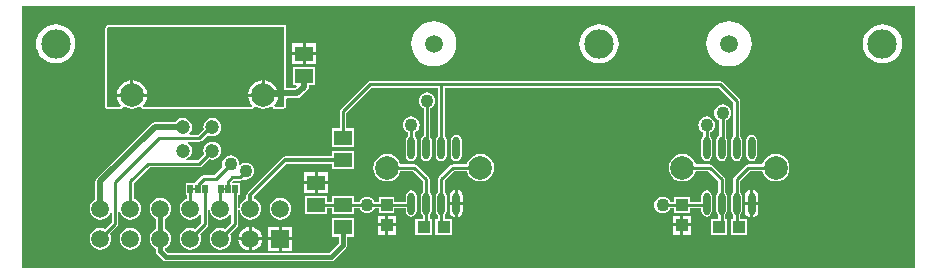
<source format=gbl>
G04 Layer_Physical_Order=2*
G04 Layer_Color=16711680*
%FSLAX23Y23*%
%MOIN*%
G70*
G01*
G75*
%ADD10C,0.010*%
%ADD12C,0.020*%
%ADD13C,0.059*%
%ADD14C,0.059*%
%ADD15R,0.059X0.059*%
%ADD16C,0.098*%
%ADD17C,0.079*%
%ADD18C,0.047*%
%ADD19C,0.043*%
%ADD20R,0.020X0.028*%
%ADD21R,0.059X0.051*%
%ADD22O,0.024X0.075*%
%ADD23R,0.039X0.043*%
%ADD24R,0.043X0.039*%
%ADD25C,0.016*%
%ADD26C,0.012*%
%ADD27R,0.012X0.006*%
G36*
X2390Y-434D02*
X-584D01*
Y440D01*
X2390D01*
Y-434D01*
D02*
G37*
%LPC*%
G36*
X1644Y-258D02*
X1619D01*
Y-284D01*
X1644D01*
Y-258D01*
D02*
G37*
G36*
X276Y-199D02*
X266Y-200D01*
X258Y-204D01*
X250Y-210D01*
X245Y-217D01*
X241Y-226D01*
X240Y-235D01*
X241Y-244D01*
X245Y-253D01*
X250Y-260D01*
X258Y-266D01*
X266Y-270D01*
X276Y-271D01*
X285Y-270D01*
X294Y-266D01*
X301Y-260D01*
X307Y-253D01*
X310Y-244D01*
X311Y-235D01*
X310Y-226D01*
X307Y-217D01*
X301Y-210D01*
X294Y-204D01*
X285Y-200D01*
X276Y-199D01*
D02*
G37*
G36*
X857Y-223D02*
X840D01*
Y-243D01*
X842Y-252D01*
X847Y-259D01*
X854Y-264D01*
X857Y-264D01*
Y-223D01*
D02*
G37*
G36*
X1609Y-258D02*
X1584D01*
Y-284D01*
X1609D01*
Y-258D01*
D02*
G37*
G36*
X1616Y-53D02*
X1604Y-54D01*
X1593Y-59D01*
X1584Y-66D01*
X1577Y-76D01*
X1572Y-87D01*
X1570Y-98D01*
X1572Y-110D01*
X1577Y-121D01*
X1584Y-131D01*
X1593Y-138D01*
X1604Y-143D01*
X1616Y-144D01*
X1628Y-143D01*
X1639Y-138D01*
X1648Y-131D01*
X1656Y-121D01*
X1660Y-110D01*
X1660Y-110D01*
X1703D01*
X1735Y-142D01*
Y-178D01*
X1734Y-179D01*
X1730Y-185D01*
X1728Y-192D01*
Y-243D01*
X1730Y-250D01*
X1734Y-256D01*
X1735Y-257D01*
Y-270D01*
X1711D01*
Y-321D01*
X1766D01*
Y-270D01*
X1758D01*
Y-257D01*
X1759Y-256D01*
X1763Y-250D01*
X1765Y-243D01*
Y-192D01*
X1763Y-185D01*
X1759Y-179D01*
X1758Y-178D01*
Y-137D01*
X1758Y-137D01*
X1757Y-133D01*
X1755Y-129D01*
X1755Y-129D01*
X1716Y-90D01*
X1712Y-88D01*
X1708Y-87D01*
X1708Y-87D01*
X1660D01*
X1660Y-87D01*
X1656Y-76D01*
X1648Y-66D01*
X1639Y-59D01*
X1628Y-54D01*
X1616Y-53D01*
D02*
G37*
G36*
X625Y-258D02*
X600D01*
Y-284D01*
X625D01*
Y-258D01*
D02*
G37*
G36*
X660D02*
X635D01*
Y-284D01*
X660D01*
Y-258D01*
D02*
G37*
G36*
X885Y-223D02*
X867D01*
Y-264D01*
X871Y-264D01*
X878Y-259D01*
X883Y-252D01*
X885Y-243D01*
Y-223D01*
D02*
G37*
G36*
X1842Y-171D02*
X1838Y-171D01*
X1831Y-176D01*
X1826Y-183D01*
X1824Y-192D01*
Y-213D01*
X1842D01*
Y-171D01*
D02*
G37*
G36*
X1852D02*
Y-213D01*
X1869D01*
Y-192D01*
X1867Y-183D01*
X1862Y-176D01*
X1855Y-171D01*
X1852Y-171D01*
D02*
G37*
G36*
X712Y-174D02*
X705Y-175D01*
X700Y-179D01*
X696Y-185D01*
X694Y-192D01*
Y-211D01*
X656D01*
Y-195D01*
X604D01*
Y-211D01*
X590D01*
X589Y-209D01*
X585Y-203D01*
X579Y-198D01*
X572Y-196D01*
X565Y-195D01*
X558Y-196D01*
X551Y-198D01*
X545Y-203D01*
X541Y-209D01*
X540Y-211D01*
X521D01*
Y-191D01*
X449D01*
Y-211D01*
X431D01*
Y-191D01*
X359D01*
Y-254D01*
X431D01*
Y-234D01*
X449D01*
Y-254D01*
X521D01*
Y-234D01*
X540D01*
X541Y-237D01*
X545Y-242D01*
X551Y-247D01*
X558Y-250D01*
X565Y-250D01*
X572Y-250D01*
X579Y-247D01*
X585Y-242D01*
X589Y-237D01*
X590Y-234D01*
X604D01*
Y-250D01*
X656D01*
Y-234D01*
X694D01*
Y-243D01*
X696Y-250D01*
X700Y-256D01*
X705Y-260D01*
X712Y-261D01*
X719Y-260D01*
X725Y-256D01*
X729Y-250D01*
X731Y-243D01*
Y-192D01*
X729Y-185D01*
X725Y-179D01*
X719Y-175D01*
X712Y-174D01*
D02*
G37*
G36*
X867Y-171D02*
Y-213D01*
X885D01*
Y-192D01*
X883Y-183D01*
X878Y-176D01*
X871Y-171D01*
X867Y-171D01*
D02*
G37*
G36*
X1842Y-223D02*
X1824D01*
Y-243D01*
X1826Y-252D01*
X1831Y-259D01*
X1838Y-264D01*
X1842Y-264D01*
Y-223D01*
D02*
G37*
G36*
X1869D02*
X1852D01*
Y-264D01*
X1855Y-264D01*
X1862Y-259D01*
X1867Y-252D01*
X1869Y-243D01*
Y-223D01*
D02*
G37*
G36*
X857Y-171D02*
X854Y-171D01*
X847Y-176D01*
X842Y-183D01*
X840Y-192D01*
Y-213D01*
X857D01*
Y-171D01*
D02*
G37*
G36*
X215Y-340D02*
X181D01*
Y-374D01*
X186Y-374D01*
X196Y-370D01*
X204Y-363D01*
X210Y-355D01*
X214Y-345D01*
X215Y-340D01*
D02*
G37*
G36*
X-224Y-299D02*
X-234Y-300D01*
X-242Y-304D01*
X-250Y-310D01*
X-255Y-317D01*
X-259Y-326D01*
X-260Y-335D01*
X-259Y-344D01*
X-255Y-353D01*
X-250Y-360D01*
X-242Y-366D01*
X-234Y-370D01*
X-224Y-371D01*
X-215Y-370D01*
X-206Y-366D01*
X-199Y-360D01*
X-193Y-353D01*
X-190Y-344D01*
X-189Y-335D01*
X-190Y-326D01*
X-193Y-317D01*
X-199Y-310D01*
X-206Y-304D01*
X-215Y-300D01*
X-224Y-299D01*
D02*
G37*
G36*
X171Y-296D02*
X165Y-297D01*
X156Y-301D01*
X147Y-307D01*
X141Y-315D01*
X137Y-325D01*
X136Y-330D01*
X171D01*
Y-296D01*
D02*
G37*
G36*
Y-340D02*
X136D01*
X137Y-345D01*
X141Y-355D01*
X147Y-363D01*
X156Y-370D01*
X165Y-374D01*
X171Y-374D01*
Y-340D01*
D02*
G37*
G36*
X-124Y-199D02*
X-134Y-200D01*
X-142Y-204D01*
X-150Y-210D01*
X-155Y-217D01*
X-159Y-226D01*
X-160Y-235D01*
X-159Y-244D01*
X-155Y-253D01*
X-150Y-260D01*
X-142Y-266D01*
X-139Y-268D01*
Y-302D01*
X-142Y-304D01*
X-150Y-310D01*
X-155Y-317D01*
X-159Y-326D01*
X-160Y-335D01*
X-159Y-344D01*
X-155Y-353D01*
X-150Y-360D01*
X-142Y-366D01*
X-139Y-368D01*
Y-377D01*
X-137Y-382D01*
X-134Y-387D01*
X-116Y-405D01*
X-111Y-408D01*
X-106Y-409D01*
X445D01*
X450Y-408D01*
X455Y-405D01*
X495Y-365D01*
X498Y-360D01*
X499Y-355D01*
Y-329D01*
X521D01*
Y-266D01*
X449D01*
Y-329D01*
X471D01*
Y-349D01*
X439Y-381D01*
X-100D01*
X-109Y-372D01*
X-108Y-367D01*
X-106Y-366D01*
X-99Y-360D01*
X-93Y-353D01*
X-90Y-344D01*
X-89Y-335D01*
X-90Y-326D01*
X-93Y-317D01*
X-99Y-310D01*
X-106Y-304D01*
X-110Y-302D01*
Y-268D01*
X-106Y-266D01*
X-99Y-260D01*
X-93Y-253D01*
X-90Y-244D01*
X-89Y-235D01*
X-90Y-226D01*
X-93Y-217D01*
X-99Y-210D01*
X-106Y-204D01*
X-115Y-200D01*
X-124Y-199D01*
D02*
G37*
G36*
X271Y-340D02*
X236D01*
Y-375D01*
X271D01*
Y-340D01*
D02*
G37*
G36*
X315D02*
X281D01*
Y-375D01*
X315D01*
Y-340D01*
D02*
G37*
G36*
X181Y-296D02*
Y-330D01*
X215D01*
X214Y-325D01*
X210Y-315D01*
X204Y-307D01*
X196Y-301D01*
X186Y-297D01*
X181Y-296D01*
D02*
G37*
G36*
X1609Y-294D02*
X1584D01*
Y-321D01*
X1609D01*
Y-294D01*
D02*
G37*
G36*
X1644D02*
X1619D01*
Y-321D01*
X1644D01*
Y-294D01*
D02*
G37*
G36*
X632Y-53D02*
X620Y-54D01*
X609Y-59D01*
X600Y-66D01*
X592Y-76D01*
X588Y-87D01*
X586Y-98D01*
X588Y-110D01*
X592Y-121D01*
X600Y-131D01*
X609Y-138D01*
X620Y-143D01*
X632Y-144D01*
X644Y-143D01*
X655Y-138D01*
X664Y-131D01*
X672Y-121D01*
X676Y-110D01*
X676Y-110D01*
X719D01*
X751Y-142D01*
Y-178D01*
X750Y-179D01*
X746Y-185D01*
X744Y-192D01*
Y-243D01*
X746Y-250D01*
X750Y-256D01*
X751Y-257D01*
Y-270D01*
X726D01*
Y-321D01*
X782D01*
Y-270D01*
X774D01*
Y-257D01*
X775Y-256D01*
X779Y-250D01*
X781Y-243D01*
Y-192D01*
X779Y-185D01*
X775Y-179D01*
X774Y-178D01*
Y-137D01*
X774Y-137D01*
X773Y-133D01*
X770Y-129D01*
X770Y-129D01*
X731Y-90D01*
X728Y-88D01*
X723Y-87D01*
X723Y-87D01*
X676D01*
X676Y-87D01*
X672Y-76D01*
X664Y-66D01*
X655Y-59D01*
X644Y-54D01*
X632Y-53D01*
D02*
G37*
G36*
X660Y-294D02*
X635D01*
Y-321D01*
X660D01*
Y-294D01*
D02*
G37*
G36*
X271Y-296D02*
X236D01*
Y-330D01*
X271D01*
Y-296D01*
D02*
G37*
G36*
X315D02*
X281D01*
Y-330D01*
X315D01*
Y-296D01*
D02*
G37*
G36*
X625Y-294D02*
X600D01*
Y-321D01*
X625D01*
Y-294D01*
D02*
G37*
G36*
X1741Y192D02*
X1741Y192D01*
X576D01*
X576Y192D01*
X571Y191D01*
X568Y189D01*
X477Y98D01*
X475Y94D01*
X474Y90D01*
X474Y90D01*
Y34D01*
X449D01*
Y-29D01*
X521D01*
Y34D01*
X496D01*
Y85D01*
X580Y169D01*
X801D01*
Y7D01*
X800Y6D01*
X796Y0D01*
X794Y-7D01*
Y-58D01*
X796Y-65D01*
X800Y-71D01*
X805Y-75D01*
X812Y-76D01*
X819Y-75D01*
X825Y-71D01*
X829Y-65D01*
X831Y-58D01*
Y-7D01*
X829Y0D01*
X825Y6D01*
X824Y7D01*
Y169D01*
X1736D01*
X1785Y120D01*
Y7D01*
X1784Y6D01*
X1780Y0D01*
X1778Y-7D01*
Y-58D01*
X1780Y-65D01*
X1784Y-71D01*
X1790Y-75D01*
X1797Y-76D01*
X1804Y-75D01*
X1809Y-71D01*
X1813Y-65D01*
X1815Y-58D01*
Y-7D01*
X1813Y0D01*
X1809Y6D01*
X1808Y7D01*
Y125D01*
X1807Y129D01*
X1805Y133D01*
X1805Y133D01*
X1749Y189D01*
X1745Y191D01*
X1741Y192D01*
D02*
G37*
G36*
X787Y390D02*
X773Y389D01*
X759Y384D01*
X746Y378D01*
X734Y368D01*
X725Y357D01*
X718Y344D01*
X714Y330D01*
X712Y315D01*
X714Y300D01*
X718Y286D01*
X725Y273D01*
X734Y262D01*
X746Y252D01*
X759Y245D01*
X773Y241D01*
X787Y240D01*
X802Y241D01*
X816Y245D01*
X829Y252D01*
X841Y262D01*
X850Y273D01*
X857Y286D01*
X861Y300D01*
X863Y315D01*
X861Y330D01*
X857Y344D01*
X850Y357D01*
X841Y368D01*
X829Y378D01*
X816Y384D01*
X802Y389D01*
X787Y390D01*
D02*
G37*
G36*
X1772D02*
X1757Y389D01*
X1743Y384D01*
X1730Y378D01*
X1718Y368D01*
X1709Y357D01*
X1702Y344D01*
X1698Y330D01*
X1696Y315D01*
X1698Y300D01*
X1702Y286D01*
X1709Y273D01*
X1718Y262D01*
X1730Y252D01*
X1743Y245D01*
X1757Y241D01*
X1772Y240D01*
X1786Y241D01*
X1800Y245D01*
X1813Y252D01*
X1825Y262D01*
X1834Y273D01*
X1841Y286D01*
X1845Y300D01*
X1847Y315D01*
X1845Y330D01*
X1841Y344D01*
X1834Y357D01*
X1825Y368D01*
X1813Y378D01*
X1800Y384D01*
X1786Y389D01*
X1772Y390D01*
D02*
G37*
G36*
X521Y-41D02*
X449D01*
Y-60D01*
X293D01*
X293Y-60D01*
X288Y-61D01*
X284Y-64D01*
X284Y-64D01*
X167Y-181D01*
X164Y-185D01*
X163Y-189D01*
X163Y-189D01*
Y-202D01*
X158Y-204D01*
X150Y-210D01*
X145Y-217D01*
X141Y-226D01*
X140Y-232D01*
X135Y-231D01*
Y-190D01*
X141D01*
Y-150D01*
X118D01*
X116Y-145D01*
X120Y-141D01*
X140D01*
X140Y-141D01*
X144Y-140D01*
X148Y-138D01*
X150Y-136D01*
X153Y-137D01*
X160Y-138D01*
X167Y-137D01*
X174Y-134D01*
X180Y-130D01*
X184Y-124D01*
X187Y-117D01*
X188Y-110D01*
X187Y-103D01*
X184Y-96D01*
X180Y-90D01*
X174Y-86D01*
X167Y-83D01*
X160Y-82D01*
X153Y-83D01*
X146Y-86D01*
X142Y-89D01*
X138Y-86D01*
X138Y-85D01*
X137Y-78D01*
X134Y-71D01*
X130Y-65D01*
X124Y-61D01*
X117Y-58D01*
X110Y-57D01*
X103Y-58D01*
X96Y-61D01*
X90Y-65D01*
X86Y-71D01*
X83Y-78D01*
X82Y-85D01*
X83Y-92D01*
X84Y-95D01*
X55Y-124D01*
X20D01*
X20Y-124D01*
X16Y-125D01*
X12Y-127D01*
X12Y-127D01*
X-8Y-147D01*
X-10Y-150D01*
X-40D01*
Y-190D01*
X-35D01*
Y-201D01*
X-42Y-204D01*
X-50Y-210D01*
X-55Y-217D01*
X-59Y-226D01*
X-60Y-235D01*
X-59Y-244D01*
X-55Y-253D01*
X-50Y-260D01*
X-42Y-266D01*
X-34Y-270D01*
X-24Y-271D01*
X-15Y-270D01*
X-6Y-266D01*
X1Y-260D01*
X7Y-253D01*
X8Y-250D01*
X13Y-251D01*
Y-282D01*
X-8Y-303D01*
X-15Y-300D01*
X-24Y-299D01*
X-34Y-300D01*
X-42Y-304D01*
X-50Y-310D01*
X-55Y-317D01*
X-59Y-326D01*
X-60Y-335D01*
X-59Y-344D01*
X-55Y-353D01*
X-50Y-360D01*
X-42Y-366D01*
X-34Y-370D01*
X-24Y-371D01*
X-15Y-370D01*
X-6Y-366D01*
X1Y-360D01*
X7Y-353D01*
X10Y-344D01*
X11Y-335D01*
X10Y-326D01*
X7Y-319D01*
X32Y-295D01*
X32Y-295D01*
X34Y-291D01*
X35Y-287D01*
Y-239D01*
X40Y-239D01*
X41Y-244D01*
X45Y-253D01*
X50Y-260D01*
X58Y-266D01*
X66Y-270D01*
X76Y-271D01*
X85Y-270D01*
X94Y-266D01*
X101Y-260D01*
X107Y-253D01*
X108Y-250D01*
X113Y-251D01*
Y-282D01*
X92Y-303D01*
X85Y-300D01*
X76Y-299D01*
X66Y-300D01*
X58Y-304D01*
X50Y-310D01*
X45Y-317D01*
X41Y-326D01*
X40Y-335D01*
X41Y-344D01*
X45Y-353D01*
X50Y-360D01*
X58Y-366D01*
X66Y-370D01*
X76Y-371D01*
X85Y-370D01*
X94Y-366D01*
X101Y-360D01*
X107Y-353D01*
X110Y-344D01*
X111Y-335D01*
X110Y-326D01*
X107Y-319D01*
X132Y-295D01*
X132Y-295D01*
X134Y-291D01*
X135Y-287D01*
Y-239D01*
X140Y-239D01*
X141Y-244D01*
X145Y-253D01*
X150Y-260D01*
X158Y-266D01*
X166Y-270D01*
X176Y-271D01*
X185Y-270D01*
X194Y-266D01*
X201Y-260D01*
X207Y-253D01*
X210Y-244D01*
X211Y-235D01*
X210Y-226D01*
X207Y-217D01*
X201Y-210D01*
X194Y-204D01*
X188Y-202D01*
Y-194D01*
X298Y-85D01*
X449D01*
Y-104D01*
X521D01*
Y-41D01*
D02*
G37*
G36*
X49Y67D02*
X41Y66D01*
X34Y63D01*
X28Y58D01*
X23Y52D01*
X20Y45D01*
X19Y37D01*
X20Y30D01*
X1Y11D01*
X-26D01*
X-28Y16D01*
X-28Y16D01*
X-23Y22D01*
X-20Y29D01*
X-19Y37D01*
X-20Y45D01*
X-23Y52D01*
X-28Y58D01*
X-34Y63D01*
X-41Y66D01*
X-49Y67D01*
X-57Y66D01*
X-64Y63D01*
X-70Y58D01*
X-74Y54D01*
X-143D01*
X-149Y52D01*
X-154Y49D01*
X-336Y-133D01*
X-339Y-138D01*
X-341Y-144D01*
Y-203D01*
X-342Y-204D01*
X-350Y-210D01*
X-355Y-217D01*
X-359Y-226D01*
X-360Y-235D01*
X-359Y-244D01*
X-355Y-253D01*
X-350Y-260D01*
X-342Y-266D01*
X-334Y-270D01*
X-324Y-271D01*
X-315Y-270D01*
X-306Y-266D01*
X-299Y-260D01*
X-293Y-253D01*
X-291Y-248D01*
X-286Y-249D01*
Y-281D01*
X-308Y-303D01*
X-315Y-300D01*
X-324Y-299D01*
X-334Y-300D01*
X-342Y-304D01*
X-350Y-310D01*
X-355Y-317D01*
X-359Y-326D01*
X-360Y-335D01*
X-359Y-344D01*
X-355Y-353D01*
X-350Y-360D01*
X-342Y-366D01*
X-334Y-370D01*
X-324Y-371D01*
X-315Y-370D01*
X-306Y-366D01*
X-299Y-360D01*
X-293Y-353D01*
X-290Y-344D01*
X-289Y-335D01*
X-290Y-326D01*
X-293Y-319D01*
X-267Y-294D01*
X-267Y-294D01*
X-265Y-290D01*
X-264Y-286D01*
Y-245D01*
X-259Y-244D01*
X-255Y-253D01*
X-250Y-260D01*
X-242Y-266D01*
X-234Y-270D01*
X-224Y-271D01*
X-215Y-270D01*
X-206Y-266D01*
X-199Y-260D01*
X-193Y-253D01*
X-190Y-244D01*
X-189Y-235D01*
X-190Y-226D01*
X-193Y-217D01*
X-199Y-210D01*
X-206Y-204D01*
X-213Y-201D01*
Y-149D01*
X-160Y-96D01*
X6D01*
X6Y-96D01*
X10Y-95D01*
X14Y-93D01*
X38Y-69D01*
X41Y-70D01*
X49Y-71D01*
X57Y-70D01*
X64Y-67D01*
X70Y-63D01*
X75Y-56D01*
X78Y-49D01*
X79Y-42D01*
X78Y-34D01*
X75Y-27D01*
X70Y-20D01*
X64Y-16D01*
X57Y-13D01*
X49Y-12D01*
X41Y-13D01*
X34Y-16D01*
X28Y-20D01*
X23Y-27D01*
X20Y-34D01*
X19Y-42D01*
X20Y-49D01*
X22Y-53D01*
X1Y-74D01*
X-37D01*
X-38Y-69D01*
X-34Y-67D01*
X-28Y-63D01*
X-23Y-56D01*
X-20Y-49D01*
X-19Y-42D01*
X-20Y-34D01*
X-23Y-27D01*
X-28Y-20D01*
X-34Y-16D01*
X-33Y-14D01*
X-32Y-11D01*
X6D01*
X6Y-11D01*
X10Y-10D01*
X14Y-8D01*
X34Y12D01*
X34Y11D01*
X41Y8D01*
X49Y7D01*
X57Y8D01*
X64Y11D01*
X70Y16D01*
X75Y22D01*
X78Y29D01*
X79Y37D01*
X78Y45D01*
X75Y52D01*
X70Y58D01*
X64Y63D01*
X57Y66D01*
X49Y67D01*
D02*
G37*
G36*
X289Y378D02*
X-298D01*
X-303Y376D01*
X-306Y372D01*
X-308Y368D01*
X-308Y105D01*
X-306Y100D01*
X-302Y98D01*
X-257D01*
X-255Y99D01*
X-254Y99D01*
X-253Y100D01*
X-252Y100D01*
X-251Y102D01*
X-250Y103D01*
X-250Y104D01*
X-244Y106D01*
X-241Y104D01*
X-230Y100D01*
X-219Y98D01*
X-207Y100D01*
X-196Y104D01*
X-193Y106D01*
X-187Y104D01*
X-187Y103D01*
X-186Y102D01*
X-185Y100D01*
X-184Y100D01*
X-183Y99D01*
X-182Y99D01*
X-181Y98D01*
X181D01*
X182Y99D01*
X183Y99D01*
X184Y100D01*
X185Y100D01*
X186Y102D01*
X187Y103D01*
X187Y104D01*
X193Y106D01*
X196Y104D01*
X207Y100D01*
X219Y98D01*
X230Y100D01*
X241Y104D01*
X244Y106D01*
X250Y104D01*
X250Y103D01*
X251Y102D01*
X252Y100D01*
X253Y100D01*
X254Y99D01*
X255Y99D01*
X257Y98D01*
X285D01*
X290Y100D01*
X294Y104D01*
X296Y108D01*
Y130D01*
X299Y134D01*
X332D01*
X339Y135D01*
X344Y138D01*
X366Y161D01*
X370Y166D01*
X371Y172D01*
Y176D01*
X390D01*
Y239D01*
X319D01*
Y176D01*
X329D01*
X331Y171D01*
X326Y166D01*
X296D01*
X296Y371D01*
X294Y376D01*
X289Y378D01*
D02*
G37*
G36*
X350Y277D02*
X315D01*
Y247D01*
X350D01*
Y277D01*
D02*
G37*
G36*
X2283Y380D02*
X2271Y379D01*
X2258Y375D01*
X2247Y369D01*
X2237Y361D01*
X2229Y351D01*
X2223Y340D01*
X2219Y328D01*
X2218Y315D01*
X2219Y302D01*
X2223Y290D01*
X2229Y279D01*
X2237Y269D01*
X2247Y261D01*
X2258Y255D01*
X2271Y251D01*
X2283Y250D01*
X2296Y251D01*
X2308Y255D01*
X2320Y261D01*
X2330Y269D01*
X2338Y279D01*
X2344Y290D01*
X2348Y302D01*
X2349Y315D01*
X2348Y328D01*
X2344Y340D01*
X2338Y351D01*
X2330Y361D01*
X2320Y369D01*
X2308Y375D01*
X2296Y379D01*
X2283Y380D01*
D02*
G37*
G36*
X350Y318D02*
X315D01*
Y287D01*
X350D01*
Y318D01*
D02*
G37*
G36*
X394D02*
X360D01*
Y287D01*
X394D01*
Y318D01*
D02*
G37*
G36*
Y277D02*
X360D01*
Y247D01*
X394D01*
Y277D01*
D02*
G37*
G36*
X-472Y380D02*
X-485Y379D01*
X-497Y375D01*
X-509Y369D01*
X-519Y361D01*
X-527Y351D01*
X-533Y340D01*
X-537Y328D01*
X-538Y315D01*
X-537Y302D01*
X-533Y290D01*
X-527Y279D01*
X-519Y269D01*
X-509Y261D01*
X-497Y255D01*
X-485Y251D01*
X-472Y250D01*
X-460Y251D01*
X-447Y255D01*
X-436Y261D01*
X-426Y269D01*
X-418Y279D01*
X-412Y290D01*
X-408Y302D01*
X-407Y315D01*
X-408Y328D01*
X-412Y340D01*
X-418Y351D01*
X-426Y361D01*
X-436Y369D01*
X-447Y375D01*
X-460Y379D01*
X-472Y380D01*
D02*
G37*
G36*
X1339D02*
X1326Y379D01*
X1314Y375D01*
X1302Y369D01*
X1292Y361D01*
X1284Y351D01*
X1278Y340D01*
X1274Y328D01*
X1273Y315D01*
X1274Y302D01*
X1278Y290D01*
X1284Y279D01*
X1292Y269D01*
X1302Y261D01*
X1314Y255D01*
X1326Y251D01*
X1339Y250D01*
X1351Y251D01*
X1364Y255D01*
X1375Y261D01*
X1385Y269D01*
X1393Y279D01*
X1399Y290D01*
X1403Y302D01*
X1404Y315D01*
X1403Y328D01*
X1399Y340D01*
X1393Y351D01*
X1385Y361D01*
X1375Y369D01*
X1364Y375D01*
X1351Y379D01*
X1339Y380D01*
D02*
G37*
G36*
X1927Y-53D02*
X1915Y-54D01*
X1904Y-59D01*
X1895Y-66D01*
X1888Y-76D01*
X1883Y-87D01*
X1883Y-87D01*
X1836D01*
X1836Y-87D01*
X1831Y-88D01*
X1828Y-90D01*
X1828Y-90D01*
X1789Y-129D01*
X1786Y-133D01*
X1785Y-137D01*
X1785Y-137D01*
Y-178D01*
X1784Y-179D01*
X1780Y-185D01*
X1778Y-192D01*
Y-243D01*
X1780Y-250D01*
X1784Y-256D01*
X1785Y-257D01*
Y-270D01*
X1777D01*
Y-321D01*
X1833D01*
Y-270D01*
X1808D01*
Y-257D01*
X1809Y-256D01*
X1813Y-250D01*
X1815Y-243D01*
Y-192D01*
X1813Y-185D01*
X1809Y-179D01*
X1808Y-178D01*
Y-142D01*
X1840Y-110D01*
X1883D01*
X1883Y-110D01*
X1888Y-121D01*
X1895Y-131D01*
X1904Y-138D01*
X1915Y-143D01*
X1927Y-144D01*
X1939Y-143D01*
X1950Y-138D01*
X1960Y-131D01*
X1967Y-121D01*
X1971Y-110D01*
X1973Y-98D01*
X1971Y-87D01*
X1967Y-76D01*
X1960Y-66D01*
X1950Y-59D01*
X1939Y-54D01*
X1927Y-53D01*
D02*
G37*
G36*
X943D02*
X931Y-54D01*
X920Y-59D01*
X911Y-66D01*
X903Y-76D01*
X899Y-87D01*
X899Y-87D01*
X851D01*
X851Y-87D01*
X847Y-88D01*
X843Y-90D01*
X843Y-90D01*
X804Y-129D01*
X802Y-133D01*
X801Y-137D01*
X801Y-137D01*
Y-178D01*
X800Y-179D01*
X796Y-185D01*
X794Y-192D01*
Y-243D01*
X796Y-250D01*
X800Y-256D01*
X801Y-257D01*
Y-270D01*
X793D01*
Y-321D01*
X849D01*
Y-270D01*
X824D01*
Y-257D01*
X825Y-256D01*
X829Y-250D01*
X831Y-243D01*
Y-192D01*
X829Y-185D01*
X825Y-179D01*
X824Y-178D01*
Y-142D01*
X856Y-110D01*
X899D01*
X899Y-110D01*
X903Y-121D01*
X911Y-131D01*
X920Y-138D01*
X931Y-143D01*
X943Y-144D01*
X955Y-143D01*
X966Y-138D01*
X975Y-131D01*
X983Y-121D01*
X987Y-110D01*
X989Y-98D01*
X987Y-87D01*
X983Y-76D01*
X975Y-66D01*
X966Y-59D01*
X955Y-54D01*
X943Y-53D01*
D02*
G37*
G36*
X765Y153D02*
X758Y152D01*
X751Y149D01*
X745Y145D01*
X741Y139D01*
X738Y132D01*
X737Y125D01*
X738Y118D01*
X741Y111D01*
X745Y105D01*
X751Y101D01*
X754Y100D01*
Y9D01*
X750Y6D01*
X746Y0D01*
X744Y-7D01*
Y-58D01*
X746Y-65D01*
X750Y-71D01*
X755Y-75D01*
X762Y-76D01*
X769Y-75D01*
X775Y-71D01*
X779Y-65D01*
X781Y-58D01*
Y-7D01*
X779Y0D01*
X776Y4D01*
Y100D01*
X779Y101D01*
X785Y105D01*
X789Y111D01*
X792Y118D01*
X793Y125D01*
X792Y132D01*
X789Y139D01*
X785Y145D01*
X779Y149D01*
X772Y152D01*
X765Y153D01*
D02*
G37*
G36*
X712Y73D02*
X705Y72D01*
X698Y69D01*
X693Y65D01*
X688Y59D01*
X685Y52D01*
X685Y45D01*
X685Y38D01*
X688Y31D01*
X693Y25D01*
X698Y21D01*
X701Y20D01*
Y7D01*
X700Y6D01*
X696Y0D01*
X694Y-7D01*
Y-58D01*
X696Y-65D01*
X700Y-71D01*
X705Y-75D01*
X712Y-76D01*
X719Y-75D01*
X725Y-71D01*
X729Y-65D01*
X731Y-58D01*
Y-7D01*
X729Y0D01*
X725Y6D01*
X724Y7D01*
Y20D01*
X726Y21D01*
X732Y25D01*
X737Y31D01*
X739Y38D01*
X740Y45D01*
X739Y52D01*
X737Y59D01*
X732Y65D01*
X726Y69D01*
X720Y72D01*
X712Y73D01*
D02*
G37*
G36*
X435Y-112D02*
X400D01*
Y-143D01*
X435D01*
Y-112D01*
D02*
G37*
G36*
X390Y-153D02*
X355D01*
Y-183D01*
X390D01*
Y-153D01*
D02*
G37*
G36*
X1697Y-174D02*
X1690Y-175D01*
X1684Y-179D01*
X1680Y-185D01*
X1678Y-192D01*
Y-211D01*
X1640D01*
Y-195D01*
X1588D01*
Y-211D01*
X1575D01*
X1574Y-208D01*
X1570Y-203D01*
X1564Y-198D01*
X1557Y-195D01*
X1550Y-195D01*
X1543Y-195D01*
X1536Y-198D01*
X1530Y-203D01*
X1526Y-208D01*
X1523Y-215D01*
X1522Y-222D01*
X1523Y-230D01*
X1526Y-236D01*
X1530Y-242D01*
X1536Y-247D01*
X1543Y-249D01*
X1550Y-250D01*
X1557Y-249D01*
X1564Y-247D01*
X1570Y-242D01*
X1574Y-236D01*
X1575Y-234D01*
X1588D01*
Y-250D01*
X1640D01*
Y-234D01*
X1678D01*
Y-243D01*
X1680Y-250D01*
X1684Y-256D01*
X1690Y-260D01*
X1697Y-261D01*
X1704Y-260D01*
X1709Y-256D01*
X1713Y-250D01*
X1715Y-243D01*
Y-192D01*
X1713Y-185D01*
X1709Y-179D01*
X1704Y-175D01*
X1697Y-174D01*
D02*
G37*
G36*
X390Y-112D02*
X355D01*
Y-143D01*
X390D01*
Y-112D01*
D02*
G37*
G36*
X435Y-153D02*
X400D01*
Y-183D01*
X435D01*
Y-153D01*
D02*
G37*
G36*
X1750Y113D02*
X1743Y112D01*
X1736Y109D01*
X1730Y105D01*
X1726Y99D01*
X1723Y92D01*
X1722Y85D01*
X1723Y78D01*
X1726Y71D01*
X1730Y65D01*
X1736Y61D01*
X1739Y60D01*
Y9D01*
X1734Y6D01*
X1730Y0D01*
X1728Y-7D01*
Y-58D01*
X1730Y-65D01*
X1734Y-71D01*
X1740Y-75D01*
X1747Y-76D01*
X1754Y-75D01*
X1759Y-71D01*
X1763Y-65D01*
X1765Y-58D01*
Y-7D01*
X1763Y0D01*
X1761Y3D01*
Y60D01*
X1764Y61D01*
X1770Y65D01*
X1774Y71D01*
X1777Y78D01*
X1778Y85D01*
X1777Y92D01*
X1774Y99D01*
X1770Y105D01*
X1764Y109D01*
X1757Y112D01*
X1750Y113D01*
D02*
G37*
G36*
X1697Y73D02*
X1689Y72D01*
X1683Y69D01*
X1677Y65D01*
X1672Y59D01*
X1670Y52D01*
X1669Y45D01*
X1670Y38D01*
X1672Y31D01*
X1677Y25D01*
X1683Y21D01*
X1685Y20D01*
Y7D01*
X1684Y6D01*
X1680Y0D01*
X1678Y-7D01*
Y-58D01*
X1680Y-65D01*
X1684Y-71D01*
X1690Y-75D01*
X1697Y-76D01*
X1704Y-75D01*
X1709Y-71D01*
X1713Y-65D01*
X1715Y-58D01*
Y-7D01*
X1713Y0D01*
X1709Y6D01*
X1708Y7D01*
Y20D01*
X1711Y21D01*
X1716Y25D01*
X1721Y31D01*
X1724Y38D01*
X1725Y45D01*
X1724Y52D01*
X1721Y59D01*
X1716Y65D01*
X1711Y69D01*
X1704Y72D01*
X1697Y73D01*
D02*
G37*
G36*
X862Y11D02*
X855Y10D01*
X850Y6D01*
X846Y0D01*
X844Y-7D01*
Y-58D01*
X846Y-65D01*
X850Y-71D01*
X855Y-75D01*
X862Y-76D01*
X869Y-75D01*
X875Y-71D01*
X879Y-65D01*
X881Y-58D01*
Y-7D01*
X879Y0D01*
X875Y6D01*
X869Y10D01*
X862Y11D01*
D02*
G37*
G36*
X1847D02*
X1840Y10D01*
X1834Y6D01*
X1830Y0D01*
X1828Y-7D01*
Y-58D01*
X1830Y-65D01*
X1834Y-71D01*
X1840Y-75D01*
X1847Y-76D01*
X1854Y-75D01*
X1859Y-71D01*
X1863Y-65D01*
X1865Y-58D01*
Y-7D01*
X1863Y0D01*
X1859Y6D01*
X1854Y10D01*
X1847Y11D01*
D02*
G37*
%LPD*%
G36*
X289Y108D02*
X285Y105D01*
X257D01*
X255Y110D01*
X262Y119D01*
X267Y131D01*
X268Y139D01*
X169D01*
X170Y131D01*
X175Y119D01*
X182Y110D01*
X181Y105D01*
X-181D01*
X-182Y110D01*
X-175Y119D01*
X-170Y131D01*
X-169Y139D01*
X-268D01*
X-267Y131D01*
X-262Y119D01*
X-255Y110D01*
X-257Y105D01*
X-302D01*
X-302Y368D01*
X-298Y371D01*
X289D01*
X289Y108D01*
D02*
G37*
%LPC*%
G36*
X214Y193D02*
X206Y192D01*
X194Y187D01*
X183Y179D01*
X175Y169D01*
X170Y157D01*
X169Y149D01*
X214D01*
Y193D01*
D02*
G37*
G36*
X224D02*
Y149D01*
X268D01*
X267Y157D01*
X262Y169D01*
X254Y179D01*
X243Y187D01*
X231Y192D01*
X224Y193D01*
D02*
G37*
G36*
X-224D02*
X-231Y192D01*
X-243Y187D01*
X-254Y179D01*
X-262Y169D01*
X-267Y157D01*
X-268Y149D01*
X-224D01*
Y193D01*
D02*
G37*
G36*
X-214D02*
Y149D01*
X-169D01*
X-170Y157D01*
X-175Y169D01*
X-183Y179D01*
X-194Y187D01*
X-206Y192D01*
X-214Y193D01*
D02*
G37*
%LPD*%
D10*
X60Y-135D02*
X110Y-85D01*
X20Y-135D02*
X60D01*
X0Y-155D02*
X20Y-135D01*
X100Y-175D02*
Y-145D01*
X76Y-335D02*
X124Y-287D01*
X-24Y-335D02*
X24Y-287D01*
X100Y-145D02*
X115Y-130D01*
X140D01*
X160Y-110D01*
X0Y-170D02*
Y-155D01*
X124Y-287D02*
Y-175D01*
X24Y-287D02*
Y-175D01*
X76Y-235D02*
Y-175D01*
X-24Y-235D02*
Y-175D01*
X-224Y-235D02*
Y-144D01*
X576Y181D02*
X812D01*
X485Y2D02*
Y90D01*
X576Y181D01*
X485Y-223D02*
X565D01*
X395D02*
X485D01*
X-324Y-335D02*
X-275Y-286D01*
X812Y181D02*
X1741D01*
X565Y-223D02*
X707D01*
X1750Y-29D02*
Y85D01*
X1747Y-33D02*
X1750Y-29D01*
X765Y-30D02*
Y125D01*
X1741Y181D02*
X1797Y125D01*
X762Y-33D02*
X765Y-30D01*
X1797Y-33D02*
Y125D01*
X712Y-33D02*
Y45D01*
X812Y-33D02*
Y181D01*
X1697Y-33D02*
Y45D01*
X1550Y-222D02*
X1614D01*
X1692D01*
X851Y-98D02*
X943D01*
X812Y-137D02*
X851Y-98D01*
X812Y-218D02*
Y-137D01*
Y-287D02*
Y-218D01*
X1836Y-98D02*
X1927D01*
X1797Y-137D02*
X1836Y-98D01*
X1797Y-218D02*
Y-137D01*
Y-287D02*
Y-218D01*
X1616Y-98D02*
X1708D01*
X1747Y-137D01*
Y-218D02*
Y-137D01*
Y-287D02*
Y-218D01*
X762Y-287D02*
Y-218D01*
Y-137D01*
X723Y-98D02*
X762Y-137D01*
X632Y-98D02*
X723D01*
X-224Y-144D02*
X-165Y-85D01*
X6D01*
X49Y-42D01*
X-275Y-286D02*
Y-145D01*
X-130Y0D01*
X6D01*
X43Y37D01*
D12*
X355Y172D02*
Y208D01*
X212Y144D02*
X218Y150D01*
X332D01*
X355Y172D01*
X-324Y-235D02*
Y-144D01*
X-143Y37D01*
X-49D01*
D13*
X-224Y-235D02*
D03*
Y-335D02*
D03*
X-324D02*
D03*
Y-235D02*
D03*
D14*
X-124Y-335D02*
D03*
Y-235D02*
D03*
X-24D02*
D03*
Y-335D02*
D03*
X76Y-235D02*
D03*
Y-335D02*
D03*
X176Y-235D02*
D03*
Y-335D02*
D03*
X276Y-235D02*
D03*
X1772Y315D02*
D03*
X787D02*
D03*
D15*
X276Y-335D02*
D03*
D16*
X1339Y315D02*
D03*
X-472D02*
D03*
X2283D02*
D03*
D17*
X1927Y-98D02*
D03*
X1616D02*
D03*
X632D02*
D03*
X943D02*
D03*
X219Y144D02*
D03*
X-219D02*
D03*
D18*
X-49Y37D02*
D03*
Y-42D02*
D03*
X49Y37D02*
D03*
Y-42D02*
D03*
D19*
X160Y-110D02*
D03*
X110Y-85D02*
D03*
X1275Y-105D02*
D03*
X2225Y55D02*
D03*
X1920Y-220D02*
D03*
X940Y-225D02*
D03*
X485Y-150D02*
D03*
X1275Y45D02*
D03*
X1750Y85D02*
D03*
X765Y125D02*
D03*
X712Y45D02*
D03*
X1697Y45D02*
D03*
X1550Y-222D02*
D03*
X565Y-223D02*
D03*
X200Y40D02*
D03*
X-445D02*
D03*
D20*
X77Y-170D02*
D03*
X101D02*
D03*
X125D02*
D03*
X-24D02*
D03*
X0D02*
D03*
X24D02*
D03*
D21*
X395Y-148D02*
D03*
Y-222D02*
D03*
X485Y2D02*
D03*
Y-72D02*
D03*
X355Y282D02*
D03*
Y208D02*
D03*
X485Y-297D02*
D03*
Y-223D02*
D03*
D22*
X862Y-218D02*
D03*
X812D02*
D03*
X762D02*
D03*
X712D02*
D03*
X862Y-33D02*
D03*
X812D02*
D03*
X762D02*
D03*
X712D02*
D03*
X1697D02*
D03*
X1747D02*
D03*
X1797D02*
D03*
X1847D02*
D03*
X1697Y-218D02*
D03*
X1747D02*
D03*
X1797D02*
D03*
X1847D02*
D03*
D23*
X1614Y-289D02*
D03*
Y-222D02*
D03*
X630Y-289D02*
D03*
Y-222D02*
D03*
D24*
X754Y-295D02*
D03*
X821D02*
D03*
X1738D02*
D03*
X1805D02*
D03*
D25*
X-124Y-249D02*
X-110Y-235D01*
X-124Y-249D02*
Y-235D01*
Y-335D02*
Y-249D01*
X-106Y-395D02*
X445D01*
X-124Y-377D02*
X-106Y-395D01*
X-124Y-377D02*
Y-335D01*
X445Y-395D02*
X485Y-355D01*
Y-297D02*
X490Y-292D01*
X485Y-297D02*
Y-297D01*
Y-355D02*
Y-297D01*
D26*
X293Y-72D02*
X470D01*
X176Y-189D02*
X293Y-72D01*
X176Y-235D02*
Y-189D01*
D27*
X89Y-170D02*
D03*
X-12D02*
D03*
M02*

</source>
